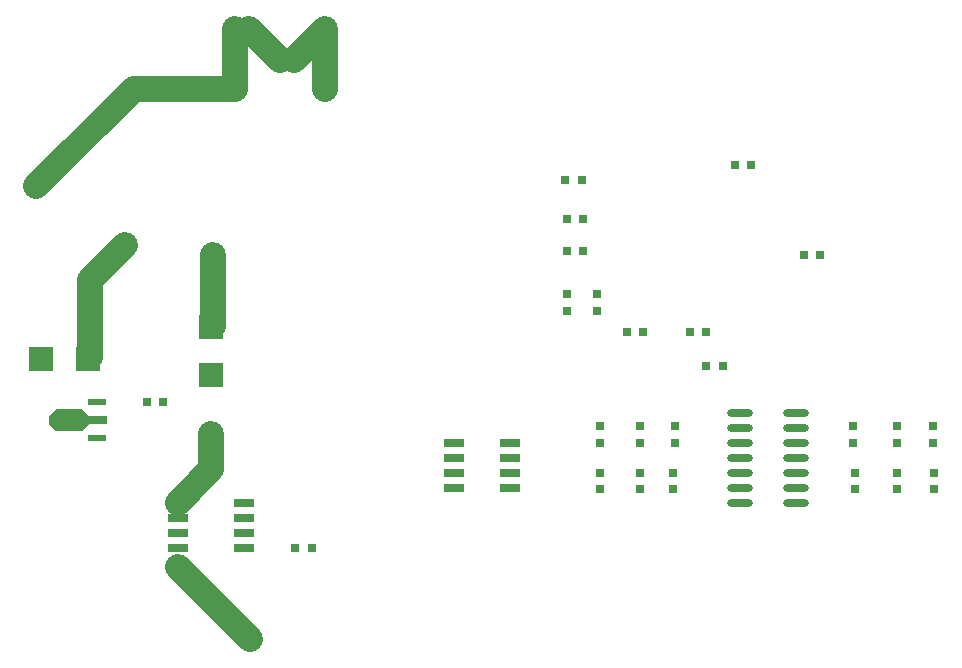
<source format=gbp>
G04 Layer_Color=128*
%FSLAX44Y44*%
%MOMM*%
G71*
G01*
G75*
%ADD10R,0.7620X0.7620*%
%ADD46R,1.7500X0.6500*%
%ADD47R,1.7800X0.7200*%
%ADD48R,0.7620X0.7620*%
%ADD49O,2.2000X0.6000*%
%ADD50R,2.0000X2.0000*%
%ADD51R,1.6000X0.6000*%
%ADD52R,1.5000X0.7000*%
%ADD53R,2.0000X2.0000*%
%ADD63C,2.2040*%
%ADD93C,2.2160*%
G36*
X592430Y1038550D02*
Y1031550D01*
X586430Y1025550D01*
X564430D01*
X558430Y1031550D01*
Y1038550D01*
X564430Y1044550D01*
X586430D01*
X592430Y1038550D01*
D02*
G37*
D10*
X1115060Y1080770D02*
D03*
X1129030D02*
D03*
X1047750Y1109980D02*
D03*
X1061720D02*
D03*
X1115060D02*
D03*
X1101090D02*
D03*
X767080Y927100D02*
D03*
X781050D02*
D03*
X641350Y1050290D02*
D03*
X655320D02*
D03*
X1010920Y1178560D02*
D03*
X996950D02*
D03*
Y1205230D02*
D03*
X1010920D02*
D03*
X995680Y1238250D02*
D03*
X1009650D02*
D03*
X1139190Y1250950D02*
D03*
X1153160D02*
D03*
X1197610Y1174750D02*
D03*
X1211580D02*
D03*
D46*
X667900Y965200D02*
D03*
X723900D02*
D03*
Y952500D02*
D03*
Y939800D02*
D03*
Y927100D02*
D03*
X667900D02*
D03*
Y939800D02*
D03*
Y952500D02*
D03*
D47*
X901700Y977900D02*
D03*
Y990600D02*
D03*
Y1003300D02*
D03*
Y1016000D02*
D03*
X948500D02*
D03*
Y1003300D02*
D03*
Y990600D02*
D03*
Y977900D02*
D03*
D48*
X1024890Y1016000D02*
D03*
Y1029970D02*
D03*
X1059180Y1016000D02*
D03*
Y1029970D02*
D03*
X1088390D02*
D03*
Y1016000D02*
D03*
X1022350Y1127760D02*
D03*
Y1141730D02*
D03*
X996950Y1127760D02*
D03*
Y1141730D02*
D03*
X1306830Y1016000D02*
D03*
Y1029970D02*
D03*
X1276350Y1016000D02*
D03*
Y1029970D02*
D03*
X1239520D02*
D03*
Y1016000D02*
D03*
X1308100Y990600D02*
D03*
Y976630D02*
D03*
X1276350Y990600D02*
D03*
Y976630D02*
D03*
X1240790D02*
D03*
Y990600D02*
D03*
X1087120Y976630D02*
D03*
Y990600D02*
D03*
X1059180D02*
D03*
Y976630D02*
D03*
X1024890Y990600D02*
D03*
Y976630D02*
D03*
D49*
X1191130Y1041400D02*
D03*
Y1028700D02*
D03*
Y1016000D02*
D03*
Y1003300D02*
D03*
Y990600D02*
D03*
Y977900D02*
D03*
Y965200D02*
D03*
X1143130Y1041400D02*
D03*
Y1028700D02*
D03*
Y1016000D02*
D03*
Y1003300D02*
D03*
Y990600D02*
D03*
Y977900D02*
D03*
Y965200D02*
D03*
D50*
X695960Y1073470D02*
D03*
Y1113470D02*
D03*
D51*
X599430Y1020050D02*
D03*
Y1050050D02*
D03*
D52*
X599930Y1035050D02*
D03*
D53*
X551500Y1087120D02*
D03*
X591500D02*
D03*
D63*
X697230Y1114740D02*
Y1174750D01*
X792480Y1315720D02*
Y1366520D01*
X765810Y1339850D02*
X792480Y1366520D01*
X727710D02*
X754380Y1339850D01*
X716280Y1315720D02*
Y1366520D01*
X630110Y1315720D02*
X716280D01*
X547370Y1232980D02*
X630110Y1315720D01*
X593090Y1088710D02*
Y1153700D01*
X622370Y1182980D01*
X667900Y965200D02*
X695960Y993260D01*
X667900Y910710D02*
X728980Y849630D01*
D93*
X695960Y993260D02*
Y1023620D01*
M02*

</source>
